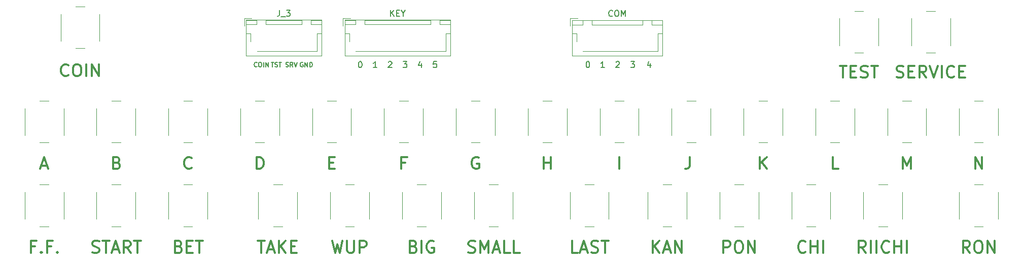
<source format=gbr>
%TF.GenerationSoftware,KiCad,Pcbnew,(6.0.8)*%
%TF.CreationDate,2022-12-29T22:24:49+02:00*%
%TF.ProjectId,mahjong_control_panel_small_with_service,6d61686a-6f6e-4675-9f63-6f6e74726f6c,rev?*%
%TF.SameCoordinates,Original*%
%TF.FileFunction,Legend,Top*%
%TF.FilePolarity,Positive*%
%FSLAX46Y46*%
G04 Gerber Fmt 4.6, Leading zero omitted, Abs format (unit mm)*
G04 Created by KiCad (PCBNEW (6.0.8)) date 2022-12-29 22:24:49*
%MOMM*%
%LPD*%
G01*
G04 APERTURE LIST*
%ADD10C,0.150000*%
%ADD11C,0.330000*%
%ADD12C,0.120000*%
G04 APERTURE END LIST*
D10*
X127916666Y-35952380D02*
X128535714Y-35952380D01*
X128202380Y-36333333D01*
X128345238Y-36333333D01*
X128440476Y-36380952D01*
X128488095Y-36428571D01*
X128535714Y-36523809D01*
X128535714Y-36761904D01*
X128488095Y-36857142D01*
X128440476Y-36904761D01*
X128345238Y-36952380D01*
X128059523Y-36952380D01*
X127964285Y-36904761D01*
X127916666Y-36857142D01*
X70339285Y-36803571D02*
X70446428Y-36839285D01*
X70625000Y-36839285D01*
X70696428Y-36803571D01*
X70732142Y-36767857D01*
X70767857Y-36696428D01*
X70767857Y-36625000D01*
X70732142Y-36553571D01*
X70696428Y-36517857D01*
X70625000Y-36482142D01*
X70482142Y-36446428D01*
X70410714Y-36410714D01*
X70375000Y-36375000D01*
X70339285Y-36303571D01*
X70339285Y-36232142D01*
X70375000Y-36160714D01*
X70410714Y-36125000D01*
X70482142Y-36089285D01*
X70660714Y-36089285D01*
X70767857Y-36125000D01*
X71517857Y-36839285D02*
X71267857Y-36482142D01*
X71089285Y-36839285D02*
X71089285Y-36089285D01*
X71375000Y-36089285D01*
X71446428Y-36125000D01*
X71482142Y-36160714D01*
X71517857Y-36232142D01*
X71517857Y-36339285D01*
X71482142Y-36410714D01*
X71446428Y-36446428D01*
X71375000Y-36482142D01*
X71089285Y-36482142D01*
X71732142Y-36089285D02*
X71982142Y-36839285D01*
X72232142Y-36089285D01*
X123535714Y-36952380D02*
X122964285Y-36952380D01*
X123250000Y-36952380D02*
X123250000Y-35952380D01*
X123154761Y-36095238D01*
X123059523Y-36190476D01*
X122964285Y-36238095D01*
X125464285Y-36047619D02*
X125511904Y-36000000D01*
X125607142Y-35952380D01*
X125845238Y-35952380D01*
X125940476Y-36000000D01*
X125988095Y-36047619D01*
X126035714Y-36142857D01*
X126035714Y-36238095D01*
X125988095Y-36380952D01*
X125416666Y-36952380D01*
X126035714Y-36952380D01*
X95488095Y-35952380D02*
X95011904Y-35952380D01*
X94964285Y-36428571D01*
X95011904Y-36380952D01*
X95107142Y-36333333D01*
X95345238Y-36333333D01*
X95440476Y-36380952D01*
X95488095Y-36428571D01*
X95535714Y-36523809D01*
X95535714Y-36761904D01*
X95488095Y-36857142D01*
X95440476Y-36904761D01*
X95345238Y-36952380D01*
X95107142Y-36952380D01*
X95011904Y-36904761D01*
X94964285Y-36857142D01*
X131190476Y-36285714D02*
X131190476Y-36952380D01*
X130952380Y-35904761D02*
X130714285Y-36619047D01*
X131333333Y-36619047D01*
X67892857Y-36089285D02*
X68321428Y-36089285D01*
X68107142Y-36839285D02*
X68107142Y-36089285D01*
X68535714Y-36803571D02*
X68642857Y-36839285D01*
X68821428Y-36839285D01*
X68892857Y-36803571D01*
X68928571Y-36767857D01*
X68964285Y-36696428D01*
X68964285Y-36625000D01*
X68928571Y-36553571D01*
X68892857Y-36517857D01*
X68821428Y-36482142D01*
X68678571Y-36446428D01*
X68607142Y-36410714D01*
X68571428Y-36375000D01*
X68535714Y-36303571D01*
X68535714Y-36232142D01*
X68571428Y-36160714D01*
X68607142Y-36125000D01*
X68678571Y-36089285D01*
X68857142Y-36089285D01*
X68964285Y-36125000D01*
X69178571Y-36089285D02*
X69607142Y-36089285D01*
X69392857Y-36839285D02*
X69392857Y-36089285D01*
X73178571Y-36125000D02*
X73107142Y-36089285D01*
X73000000Y-36089285D01*
X72892857Y-36125000D01*
X72821428Y-36196428D01*
X72785714Y-36267857D01*
X72750000Y-36410714D01*
X72750000Y-36517857D01*
X72785714Y-36660714D01*
X72821428Y-36732142D01*
X72892857Y-36803571D01*
X73000000Y-36839285D01*
X73071428Y-36839285D01*
X73178571Y-36803571D01*
X73214285Y-36767857D01*
X73214285Y-36517857D01*
X73071428Y-36517857D01*
X73535714Y-36839285D02*
X73535714Y-36089285D01*
X73964285Y-36839285D01*
X73964285Y-36089285D01*
X74321428Y-36839285D02*
X74321428Y-36089285D01*
X74500000Y-36089285D01*
X74607142Y-36125000D01*
X74678571Y-36196428D01*
X74714285Y-36267857D01*
X74750000Y-36410714D01*
X74750000Y-36517857D01*
X74714285Y-36660714D01*
X74678571Y-36732142D01*
X74607142Y-36803571D01*
X74500000Y-36839285D01*
X74321428Y-36839285D01*
X120702380Y-35952380D02*
X120797619Y-35952380D01*
X120892857Y-36000000D01*
X120940476Y-36047619D01*
X120988095Y-36142857D01*
X121035714Y-36333333D01*
X121035714Y-36571428D01*
X120988095Y-36761904D01*
X120940476Y-36857142D01*
X120892857Y-36904761D01*
X120797619Y-36952380D01*
X120702380Y-36952380D01*
X120607142Y-36904761D01*
X120559523Y-36857142D01*
X120511904Y-36761904D01*
X120464285Y-36571428D01*
X120464285Y-36333333D01*
X120511904Y-36142857D01*
X120559523Y-36047619D01*
X120607142Y-36000000D01*
X120702380Y-35952380D01*
X89916666Y-35952380D02*
X90535714Y-35952380D01*
X90202380Y-36333333D01*
X90345238Y-36333333D01*
X90440476Y-36380952D01*
X90488095Y-36428571D01*
X90535714Y-36523809D01*
X90535714Y-36761904D01*
X90488095Y-36857142D01*
X90440476Y-36904761D01*
X90345238Y-36952380D01*
X90059523Y-36952380D01*
X89964285Y-36904761D01*
X89916666Y-36857142D01*
X65517857Y-36767857D02*
X65482142Y-36803571D01*
X65375000Y-36839285D01*
X65303571Y-36839285D01*
X65196428Y-36803571D01*
X65125000Y-36732142D01*
X65089285Y-36660714D01*
X65053571Y-36517857D01*
X65053571Y-36410714D01*
X65089285Y-36267857D01*
X65125000Y-36196428D01*
X65196428Y-36125000D01*
X65303571Y-36089285D01*
X65375000Y-36089285D01*
X65482142Y-36125000D01*
X65517857Y-36160714D01*
X65982142Y-36089285D02*
X66125000Y-36089285D01*
X66196428Y-36125000D01*
X66267857Y-36196428D01*
X66303571Y-36339285D01*
X66303571Y-36589285D01*
X66267857Y-36732142D01*
X66196428Y-36803571D01*
X66125000Y-36839285D01*
X65982142Y-36839285D01*
X65910714Y-36803571D01*
X65839285Y-36732142D01*
X65803571Y-36589285D01*
X65803571Y-36339285D01*
X65839285Y-36196428D01*
X65910714Y-36125000D01*
X65982142Y-36089285D01*
X66625000Y-36839285D02*
X66625000Y-36089285D01*
X66982142Y-36839285D02*
X66982142Y-36089285D01*
X67410714Y-36839285D01*
X67410714Y-36089285D01*
X82702380Y-35952380D02*
X82797619Y-35952380D01*
X82892857Y-36000000D01*
X82940476Y-36047619D01*
X82988095Y-36142857D01*
X83035714Y-36333333D01*
X83035714Y-36571428D01*
X82988095Y-36761904D01*
X82940476Y-36857142D01*
X82892857Y-36904761D01*
X82797619Y-36952380D01*
X82702380Y-36952380D01*
X82607142Y-36904761D01*
X82559523Y-36857142D01*
X82511904Y-36761904D01*
X82464285Y-36571428D01*
X82464285Y-36333333D01*
X82511904Y-36142857D01*
X82559523Y-36047619D01*
X82607142Y-36000000D01*
X82702380Y-35952380D01*
X92940476Y-36285714D02*
X92940476Y-36952380D01*
X92702380Y-35904761D02*
X92464285Y-36619047D01*
X93083333Y-36619047D01*
X87464285Y-36047619D02*
X87511904Y-36000000D01*
X87607142Y-35952380D01*
X87845238Y-35952380D01*
X87940476Y-36000000D01*
X87988095Y-36047619D01*
X88035714Y-36142857D01*
X88035714Y-36238095D01*
X87988095Y-36380952D01*
X87416666Y-36952380D01*
X88035714Y-36952380D01*
X85535714Y-36952380D02*
X84964285Y-36952380D01*
X85250000Y-36952380D02*
X85250000Y-35952380D01*
X85154761Y-36095238D01*
X85059523Y-36190476D01*
X84964285Y-36238095D01*
D11*
%TO.C,LAST*%
X119047619Y-67904761D02*
X118095238Y-67904761D01*
X118095238Y-65904761D01*
X119619047Y-67333333D02*
X120571428Y-67333333D01*
X119428571Y-67904761D02*
X120095238Y-65904761D01*
X120761904Y-67904761D01*
X121333333Y-67809523D02*
X121619047Y-67904761D01*
X122095238Y-67904761D01*
X122285714Y-67809523D01*
X122380952Y-67714285D01*
X122476190Y-67523809D01*
X122476190Y-67333333D01*
X122380952Y-67142857D01*
X122285714Y-67047619D01*
X122095238Y-66952380D01*
X121714285Y-66857142D01*
X121523809Y-66761904D01*
X121428571Y-66666666D01*
X121333333Y-66476190D01*
X121333333Y-66285714D01*
X121428571Y-66095238D01*
X121523809Y-66000000D01*
X121714285Y-65904761D01*
X122190476Y-65904761D01*
X122476190Y-66000000D01*
X123047619Y-65904761D02*
X124190476Y-65904761D01*
X123619047Y-67904761D02*
X123619047Y-65904761D01*
%TO.C,G*%
X102523809Y-52000000D02*
X102333333Y-51904761D01*
X102047619Y-51904761D01*
X101761904Y-52000000D01*
X101571428Y-52190476D01*
X101476190Y-52380952D01*
X101380952Y-52761904D01*
X101380952Y-53047619D01*
X101476190Y-53428571D01*
X101571428Y-53619047D01*
X101761904Y-53809523D01*
X102047619Y-53904761D01*
X102238095Y-53904761D01*
X102523809Y-53809523D01*
X102619047Y-53714285D01*
X102619047Y-53047619D01*
X102238095Y-53047619D01*
%TO.C,WUP*%
X78095238Y-65904761D02*
X78571428Y-67904761D01*
X78952380Y-66476190D01*
X79333333Y-67904761D01*
X79809523Y-65904761D01*
X80571428Y-65904761D02*
X80571428Y-67523809D01*
X80666666Y-67714285D01*
X80761904Y-67809523D01*
X80952380Y-67904761D01*
X81333333Y-67904761D01*
X81523809Y-67809523D01*
X81619047Y-67714285D01*
X81714285Y-67523809D01*
X81714285Y-65904761D01*
X82666666Y-67904761D02*
X82666666Y-65904761D01*
X83428571Y-65904761D01*
X83619047Y-66000000D01*
X83714285Y-66095238D01*
X83809523Y-66285714D01*
X83809523Y-66571428D01*
X83714285Y-66761904D01*
X83619047Y-66857142D01*
X83428571Y-66952380D01*
X82666666Y-66952380D01*
%TO.C,RON*%
X184523809Y-67904761D02*
X183857142Y-66952380D01*
X183380952Y-67904761D02*
X183380952Y-65904761D01*
X184142857Y-65904761D01*
X184333333Y-66000000D01*
X184428571Y-66095238D01*
X184523809Y-66285714D01*
X184523809Y-66571428D01*
X184428571Y-66761904D01*
X184333333Y-66857142D01*
X184142857Y-66952380D01*
X183380952Y-66952380D01*
X185761904Y-65904761D02*
X186142857Y-65904761D01*
X186333333Y-66000000D01*
X186523809Y-66190476D01*
X186619047Y-66571428D01*
X186619047Y-67238095D01*
X186523809Y-67619047D01*
X186333333Y-67809523D01*
X186142857Y-67904761D01*
X185761904Y-67904761D01*
X185571428Y-67809523D01*
X185380952Y-67619047D01*
X185285714Y-67238095D01*
X185285714Y-66571428D01*
X185380952Y-66190476D01*
X185571428Y-66000000D01*
X185761904Y-65904761D01*
X187476190Y-67904761D02*
X187476190Y-65904761D01*
X188619047Y-67904761D01*
X188619047Y-65904761D01*
%TO.C,A*%
X29523809Y-53333333D02*
X30476190Y-53333333D01*
X29333333Y-53904761D02*
X30000000Y-51904761D01*
X30666666Y-53904761D01*
%TO.C,BIG*%
X91666666Y-66857142D02*
X91952380Y-66952380D01*
X92047619Y-67047619D01*
X92142857Y-67238095D01*
X92142857Y-67523809D01*
X92047619Y-67714285D01*
X91952380Y-67809523D01*
X91761904Y-67904761D01*
X91000000Y-67904761D01*
X91000000Y-65904761D01*
X91666666Y-65904761D01*
X91857142Y-66000000D01*
X91952380Y-66095238D01*
X92047619Y-66285714D01*
X92047619Y-66476190D01*
X91952380Y-66666666D01*
X91857142Y-66761904D01*
X91666666Y-66857142D01*
X91000000Y-66857142D01*
X93000000Y-67904761D02*
X93000000Y-65904761D01*
X95000000Y-66000000D02*
X94809523Y-65904761D01*
X94523809Y-65904761D01*
X94238095Y-66000000D01*
X94047619Y-66190476D01*
X93952380Y-66380952D01*
X93857142Y-66761904D01*
X93857142Y-67047619D01*
X93952380Y-67428571D01*
X94047619Y-67619047D01*
X94238095Y-67809523D01*
X94523809Y-67904761D01*
X94714285Y-67904761D01*
X95000000Y-67809523D01*
X95095238Y-67714285D01*
X95095238Y-67047619D01*
X94714285Y-67047619D01*
%TO.C,H*%
X113428571Y-53904761D02*
X113428571Y-51904761D01*
X113428571Y-52857142D02*
X114571428Y-52857142D01*
X114571428Y-53904761D02*
X114571428Y-51904761D01*
%TO.C,F.F.*%
X28476190Y-66857142D02*
X27809523Y-66857142D01*
X27809523Y-67904761D02*
X27809523Y-65904761D01*
X28761904Y-65904761D01*
X29523809Y-67714285D02*
X29619047Y-67809523D01*
X29523809Y-67904761D01*
X29428571Y-67809523D01*
X29523809Y-67714285D01*
X29523809Y-67904761D01*
X31142857Y-66857142D02*
X30476190Y-66857142D01*
X30476190Y-67904761D02*
X30476190Y-65904761D01*
X31428571Y-65904761D01*
X32190476Y-67714285D02*
X32285714Y-67809523D01*
X32190476Y-67904761D01*
X32095238Y-67809523D01*
X32190476Y-67714285D01*
X32190476Y-67904761D01*
D10*
%TO.C,J_3*%
X69285714Y-27377380D02*
X69285714Y-28091666D01*
X69238095Y-28234523D01*
X69142857Y-28329761D01*
X69000000Y-28377380D01*
X68904761Y-28377380D01*
X69523809Y-28472619D02*
X70285714Y-28472619D01*
X70428571Y-27377380D02*
X71047619Y-27377380D01*
X70714285Y-27758333D01*
X70857142Y-27758333D01*
X70952380Y-27805952D01*
X71000000Y-27853571D01*
X71047619Y-27948809D01*
X71047619Y-28186904D01*
X71000000Y-28282142D01*
X70952380Y-28329761D01*
X70857142Y-28377380D01*
X70571428Y-28377380D01*
X70476190Y-28329761D01*
X70428571Y-28282142D01*
D11*
%TO.C,M*%
X173333333Y-53904761D02*
X173333333Y-51904761D01*
X174000000Y-53333333D01*
X174666666Y-51904761D01*
X174666666Y-53904761D01*
%TO.C,TEST*%
X162809523Y-36654761D02*
X163952380Y-36654761D01*
X163380952Y-38654761D02*
X163380952Y-36654761D01*
X164619047Y-37607142D02*
X165285714Y-37607142D01*
X165571428Y-38654761D02*
X164619047Y-38654761D01*
X164619047Y-36654761D01*
X165571428Y-36654761D01*
X166333333Y-38559523D02*
X166619047Y-38654761D01*
X167095238Y-38654761D01*
X167285714Y-38559523D01*
X167380952Y-38464285D01*
X167476190Y-38273809D01*
X167476190Y-38083333D01*
X167380952Y-37892857D01*
X167285714Y-37797619D01*
X167095238Y-37702380D01*
X166714285Y-37607142D01*
X166523809Y-37511904D01*
X166428571Y-37416666D01*
X166333333Y-37226190D01*
X166333333Y-37035714D01*
X166428571Y-36845238D01*
X166523809Y-36750000D01*
X166714285Y-36654761D01*
X167190476Y-36654761D01*
X167476190Y-36750000D01*
X168047619Y-36654761D02*
X169190476Y-36654761D01*
X168619047Y-38654761D02*
X168619047Y-36654761D01*
%TO.C,SERVICE*%
X172285714Y-38559523D02*
X172571428Y-38654761D01*
X173047619Y-38654761D01*
X173238095Y-38559523D01*
X173333333Y-38464285D01*
X173428571Y-38273809D01*
X173428571Y-38083333D01*
X173333333Y-37892857D01*
X173238095Y-37797619D01*
X173047619Y-37702380D01*
X172666666Y-37607142D01*
X172476190Y-37511904D01*
X172380952Y-37416666D01*
X172285714Y-37226190D01*
X172285714Y-37035714D01*
X172380952Y-36845238D01*
X172476190Y-36750000D01*
X172666666Y-36654761D01*
X173142857Y-36654761D01*
X173428571Y-36750000D01*
X174285714Y-37607142D02*
X174952380Y-37607142D01*
X175238095Y-38654761D02*
X174285714Y-38654761D01*
X174285714Y-36654761D01*
X175238095Y-36654761D01*
X177238095Y-38654761D02*
X176571428Y-37702380D01*
X176095238Y-38654761D02*
X176095238Y-36654761D01*
X176857142Y-36654761D01*
X177047619Y-36750000D01*
X177142857Y-36845238D01*
X177238095Y-37035714D01*
X177238095Y-37321428D01*
X177142857Y-37511904D01*
X177047619Y-37607142D01*
X176857142Y-37702380D01*
X176095238Y-37702380D01*
X177809523Y-36654761D02*
X178476190Y-38654761D01*
X179142857Y-36654761D01*
X179809523Y-38654761D02*
X179809523Y-36654761D01*
X181904761Y-38464285D02*
X181809523Y-38559523D01*
X181523809Y-38654761D01*
X181333333Y-38654761D01*
X181047619Y-38559523D01*
X180857142Y-38369047D01*
X180761904Y-38178571D01*
X180666666Y-37797619D01*
X180666666Y-37511904D01*
X180761904Y-37130952D01*
X180857142Y-36940476D01*
X181047619Y-36750000D01*
X181333333Y-36654761D01*
X181523809Y-36654761D01*
X181809523Y-36750000D01*
X181904761Y-36845238D01*
X182761904Y-37607142D02*
X183428571Y-37607142D01*
X183714285Y-38654761D02*
X182761904Y-38654761D01*
X182761904Y-36654761D01*
X183714285Y-36654761D01*
%TO.C,CHI*%
X157095238Y-67714285D02*
X157000000Y-67809523D01*
X156714285Y-67904761D01*
X156523809Y-67904761D01*
X156238095Y-67809523D01*
X156047619Y-67619047D01*
X155952380Y-67428571D01*
X155857142Y-67047619D01*
X155857142Y-66761904D01*
X155952380Y-66380952D01*
X156047619Y-66190476D01*
X156238095Y-66000000D01*
X156523809Y-65904761D01*
X156714285Y-65904761D01*
X157000000Y-66000000D01*
X157095238Y-66095238D01*
X157952380Y-67904761D02*
X157952380Y-65904761D01*
X157952380Y-66857142D02*
X159095238Y-66857142D01*
X159095238Y-67904761D02*
X159095238Y-65904761D01*
X160047619Y-67904761D02*
X160047619Y-65904761D01*
%TO.C,D*%
X65476190Y-53904761D02*
X65476190Y-51904761D01*
X65952380Y-51904761D01*
X66238095Y-52000000D01*
X66428571Y-52190476D01*
X66523809Y-52380952D01*
X66619047Y-52761904D01*
X66619047Y-53047619D01*
X66523809Y-53428571D01*
X66428571Y-53619047D01*
X66238095Y-53809523D01*
X65952380Y-53904761D01*
X65476190Y-53904761D01*
%TO.C,K*%
X149476190Y-53904761D02*
X149476190Y-51904761D01*
X150619047Y-53904761D02*
X149761904Y-52761904D01*
X150619047Y-51904761D02*
X149476190Y-53047619D01*
%TO.C,B*%
X42142857Y-52857142D02*
X42428571Y-52952380D01*
X42523809Y-53047619D01*
X42619047Y-53238095D01*
X42619047Y-53523809D01*
X42523809Y-53714285D01*
X42428571Y-53809523D01*
X42238095Y-53904761D01*
X41476190Y-53904761D01*
X41476190Y-51904761D01*
X42142857Y-51904761D01*
X42333333Y-52000000D01*
X42428571Y-52095238D01*
X42523809Y-52285714D01*
X42523809Y-52476190D01*
X42428571Y-52666666D01*
X42333333Y-52761904D01*
X42142857Y-52857142D01*
X41476190Y-52857142D01*
%TO.C,N*%
X185428571Y-53904761D02*
X185428571Y-51904761D01*
X186571428Y-53904761D01*
X186571428Y-51904761D01*
%TO.C,SMALL*%
X100809523Y-67809523D02*
X101095238Y-67904761D01*
X101571428Y-67904761D01*
X101761904Y-67809523D01*
X101857142Y-67714285D01*
X101952380Y-67523809D01*
X101952380Y-67333333D01*
X101857142Y-67142857D01*
X101761904Y-67047619D01*
X101571428Y-66952380D01*
X101190476Y-66857142D01*
X101000000Y-66761904D01*
X100904761Y-66666666D01*
X100809523Y-66476190D01*
X100809523Y-66285714D01*
X100904761Y-66095238D01*
X101000000Y-66000000D01*
X101190476Y-65904761D01*
X101666666Y-65904761D01*
X101952380Y-66000000D01*
X102809523Y-67904761D02*
X102809523Y-65904761D01*
X103476190Y-67333333D01*
X104142857Y-65904761D01*
X104142857Y-67904761D01*
X105000000Y-67333333D02*
X105952380Y-67333333D01*
X104809523Y-67904761D02*
X105476190Y-65904761D01*
X106142857Y-67904761D01*
X107761904Y-67904761D02*
X106809523Y-67904761D01*
X106809523Y-65904761D01*
X109380952Y-67904761D02*
X108428571Y-67904761D01*
X108428571Y-65904761D01*
%TO.C,START*%
X38047619Y-67809523D02*
X38333333Y-67904761D01*
X38809523Y-67904761D01*
X39000000Y-67809523D01*
X39095238Y-67714285D01*
X39190476Y-67523809D01*
X39190476Y-67333333D01*
X39095238Y-67142857D01*
X39000000Y-67047619D01*
X38809523Y-66952380D01*
X38428571Y-66857142D01*
X38238095Y-66761904D01*
X38142857Y-66666666D01*
X38047619Y-66476190D01*
X38047619Y-66285714D01*
X38142857Y-66095238D01*
X38238095Y-66000000D01*
X38428571Y-65904761D01*
X38904761Y-65904761D01*
X39190476Y-66000000D01*
X39761904Y-65904761D02*
X40904761Y-65904761D01*
X40333333Y-67904761D02*
X40333333Y-65904761D01*
X41476190Y-67333333D02*
X42428571Y-67333333D01*
X41285714Y-67904761D02*
X41952380Y-65904761D01*
X42619047Y-67904761D01*
X44428571Y-67904761D02*
X43761904Y-66952380D01*
X43285714Y-67904761D02*
X43285714Y-65904761D01*
X44047619Y-65904761D01*
X44238095Y-66000000D01*
X44333333Y-66095238D01*
X44428571Y-66285714D01*
X44428571Y-66571428D01*
X44333333Y-66761904D01*
X44238095Y-66857142D01*
X44047619Y-66952380D01*
X43285714Y-66952380D01*
X45000000Y-65904761D02*
X46142857Y-65904761D01*
X45571428Y-67904761D02*
X45571428Y-65904761D01*
%TO.C,PON*%
X143380952Y-67904761D02*
X143380952Y-65904761D01*
X144142857Y-65904761D01*
X144333333Y-66000000D01*
X144428571Y-66095238D01*
X144523809Y-66285714D01*
X144523809Y-66571428D01*
X144428571Y-66761904D01*
X144333333Y-66857142D01*
X144142857Y-66952380D01*
X143380952Y-66952380D01*
X145761904Y-65904761D02*
X146142857Y-65904761D01*
X146333333Y-66000000D01*
X146523809Y-66190476D01*
X146619047Y-66571428D01*
X146619047Y-67238095D01*
X146523809Y-67619047D01*
X146333333Y-67809523D01*
X146142857Y-67904761D01*
X145761904Y-67904761D01*
X145571428Y-67809523D01*
X145380952Y-67619047D01*
X145285714Y-67238095D01*
X145285714Y-66571428D01*
X145380952Y-66190476D01*
X145571428Y-66000000D01*
X145761904Y-65904761D01*
X147476190Y-67904761D02*
X147476190Y-65904761D01*
X148619047Y-67904761D01*
X148619047Y-65904761D01*
D10*
%TO.C,KEY*%
X87857142Y-28377380D02*
X87857142Y-27377380D01*
X88428571Y-28377380D02*
X88000000Y-27805952D01*
X88428571Y-27377380D02*
X87857142Y-27948809D01*
X88857142Y-27853571D02*
X89190476Y-27853571D01*
X89333333Y-28377380D02*
X88857142Y-28377380D01*
X88857142Y-27377380D01*
X89333333Y-27377380D01*
X89952380Y-27901190D02*
X89952380Y-28377380D01*
X89619047Y-27377380D02*
X89952380Y-27901190D01*
X90285714Y-27377380D01*
D11*
%TO.C,TAKE*%
X65666666Y-65904761D02*
X66809523Y-65904761D01*
X66238095Y-67904761D02*
X66238095Y-65904761D01*
X67380952Y-67333333D02*
X68333333Y-67333333D01*
X67190476Y-67904761D02*
X67857142Y-65904761D01*
X68523809Y-67904761D01*
X69190476Y-67904761D02*
X69190476Y-65904761D01*
X70333333Y-67904761D02*
X69476190Y-66761904D01*
X70333333Y-65904761D02*
X69190476Y-67047619D01*
X71190476Y-66857142D02*
X71857142Y-66857142D01*
X72142857Y-67904761D02*
X71190476Y-67904761D01*
X71190476Y-65904761D01*
X72142857Y-65904761D01*
%TO.C,I*%
X126000000Y-53904761D02*
X126000000Y-51904761D01*
%TO.C,COIN*%
X34047619Y-38214285D02*
X33952380Y-38309523D01*
X33666666Y-38404761D01*
X33476190Y-38404761D01*
X33190476Y-38309523D01*
X33000000Y-38119047D01*
X32904761Y-37928571D01*
X32809523Y-37547619D01*
X32809523Y-37261904D01*
X32904761Y-36880952D01*
X33000000Y-36690476D01*
X33190476Y-36500000D01*
X33476190Y-36404761D01*
X33666666Y-36404761D01*
X33952380Y-36500000D01*
X34047619Y-36595238D01*
X35285714Y-36404761D02*
X35666666Y-36404761D01*
X35857142Y-36500000D01*
X36047619Y-36690476D01*
X36142857Y-37071428D01*
X36142857Y-37738095D01*
X36047619Y-38119047D01*
X35857142Y-38309523D01*
X35666666Y-38404761D01*
X35285714Y-38404761D01*
X35095238Y-38309523D01*
X34904761Y-38119047D01*
X34809523Y-37738095D01*
X34809523Y-37071428D01*
X34904761Y-36690476D01*
X35095238Y-36500000D01*
X35285714Y-36404761D01*
X37000000Y-38404761D02*
X37000000Y-36404761D01*
X37952380Y-38404761D02*
X37952380Y-36404761D01*
X39095238Y-38404761D01*
X39095238Y-36404761D01*
D10*
%TO.C,COM*%
X124864285Y-28307142D02*
X124816666Y-28354761D01*
X124673809Y-28402380D01*
X124578571Y-28402380D01*
X124435714Y-28354761D01*
X124340476Y-28259523D01*
X124292857Y-28164285D01*
X124245238Y-27973809D01*
X124245238Y-27830952D01*
X124292857Y-27640476D01*
X124340476Y-27545238D01*
X124435714Y-27450000D01*
X124578571Y-27402380D01*
X124673809Y-27402380D01*
X124816666Y-27450000D01*
X124864285Y-27497619D01*
X125483333Y-27402380D02*
X125673809Y-27402380D01*
X125769047Y-27450000D01*
X125864285Y-27545238D01*
X125911904Y-27735714D01*
X125911904Y-28069047D01*
X125864285Y-28259523D01*
X125769047Y-28354761D01*
X125673809Y-28402380D01*
X125483333Y-28402380D01*
X125388095Y-28354761D01*
X125292857Y-28259523D01*
X125245238Y-28069047D01*
X125245238Y-27735714D01*
X125292857Y-27545238D01*
X125388095Y-27450000D01*
X125483333Y-27402380D01*
X126340476Y-28402380D02*
X126340476Y-27402380D01*
X126673809Y-28116666D01*
X127007142Y-27402380D01*
X127007142Y-28402380D01*
D11*
%TO.C,BET*%
X52476190Y-66857142D02*
X52761904Y-66952380D01*
X52857142Y-67047619D01*
X52952380Y-67238095D01*
X52952380Y-67523809D01*
X52857142Y-67714285D01*
X52761904Y-67809523D01*
X52571428Y-67904761D01*
X51809523Y-67904761D01*
X51809523Y-65904761D01*
X52476190Y-65904761D01*
X52666666Y-66000000D01*
X52761904Y-66095238D01*
X52857142Y-66285714D01*
X52857142Y-66476190D01*
X52761904Y-66666666D01*
X52666666Y-66761904D01*
X52476190Y-66857142D01*
X51809523Y-66857142D01*
X53809523Y-66857142D02*
X54476190Y-66857142D01*
X54761904Y-67904761D02*
X53809523Y-67904761D01*
X53809523Y-65904761D01*
X54761904Y-65904761D01*
X55333333Y-65904761D02*
X56476190Y-65904761D01*
X55904761Y-67904761D02*
X55904761Y-65904761D01*
%TO.C,C*%
X54619047Y-53714285D02*
X54523809Y-53809523D01*
X54238095Y-53904761D01*
X54047619Y-53904761D01*
X53761904Y-53809523D01*
X53571428Y-53619047D01*
X53476190Y-53428571D01*
X53380952Y-53047619D01*
X53380952Y-52761904D01*
X53476190Y-52380952D01*
X53571428Y-52190476D01*
X53761904Y-52000000D01*
X54047619Y-51904761D01*
X54238095Y-51904761D01*
X54523809Y-52000000D01*
X54619047Y-52095238D01*
%TO.C,F*%
X90285714Y-52857142D02*
X89619047Y-52857142D01*
X89619047Y-53904761D02*
X89619047Y-51904761D01*
X90571428Y-51904761D01*
%TO.C,E*%
X77571428Y-52857142D02*
X78238095Y-52857142D01*
X78523809Y-53904761D02*
X77571428Y-53904761D01*
X77571428Y-51904761D01*
X78523809Y-51904761D01*
%TO.C,J*%
X137785714Y-51904761D02*
X137785714Y-53333333D01*
X137690476Y-53619047D01*
X137500000Y-53809523D01*
X137214285Y-53904761D01*
X137023809Y-53904761D01*
%TO.C,KAN*%
X131571428Y-67904761D02*
X131571428Y-65904761D01*
X132714285Y-67904761D02*
X131857142Y-66761904D01*
X132714285Y-65904761D02*
X131571428Y-67047619D01*
X133476190Y-67333333D02*
X134428571Y-67333333D01*
X133285714Y-67904761D02*
X133952380Y-65904761D01*
X134619047Y-67904761D01*
X135285714Y-67904761D02*
X135285714Y-65904761D01*
X136428571Y-67904761D01*
X136428571Y-65904761D01*
%TO.C,RIICHI*%
X167142857Y-67904761D02*
X166476190Y-66952380D01*
X166000000Y-67904761D02*
X166000000Y-65904761D01*
X166761904Y-65904761D01*
X166952380Y-66000000D01*
X167047619Y-66095238D01*
X167142857Y-66285714D01*
X167142857Y-66571428D01*
X167047619Y-66761904D01*
X166952380Y-66857142D01*
X166761904Y-66952380D01*
X166000000Y-66952380D01*
X168000000Y-67904761D02*
X168000000Y-65904761D01*
X168952380Y-67904761D02*
X168952380Y-65904761D01*
X171047619Y-67714285D02*
X170952380Y-67809523D01*
X170666666Y-67904761D01*
X170476190Y-67904761D01*
X170190476Y-67809523D01*
X170000000Y-67619047D01*
X169904761Y-67428571D01*
X169809523Y-67047619D01*
X169809523Y-66761904D01*
X169904761Y-66380952D01*
X170000000Y-66190476D01*
X170190476Y-66000000D01*
X170476190Y-65904761D01*
X170666666Y-65904761D01*
X170952380Y-66000000D01*
X171047619Y-66095238D01*
X171904761Y-67904761D02*
X171904761Y-65904761D01*
X171904761Y-66857142D02*
X173047619Y-66857142D01*
X173047619Y-67904761D02*
X173047619Y-65904761D01*
X174000000Y-67904761D02*
X174000000Y-65904761D01*
%TO.C,L*%
X162619047Y-53904761D02*
X161666666Y-53904761D01*
X161666666Y-51904761D01*
D12*
%TO.C,LAST*%
X121750000Y-56500000D02*
X120250000Y-56500000D01*
X120250000Y-63500000D02*
X121750000Y-63500000D01*
X124250000Y-62250000D02*
X124250000Y-57750000D01*
X117750000Y-57750000D02*
X117750000Y-62250000D01*
%TO.C,G*%
X98750000Y-43750000D02*
X98750000Y-48250000D01*
X101250000Y-49500000D02*
X102750000Y-49500000D01*
X105250000Y-48250000D02*
X105250000Y-43750000D01*
X102750000Y-42500000D02*
X101250000Y-42500000D01*
%TO.C,WUP*%
X80250000Y-63500000D02*
X81750000Y-63500000D01*
X84250000Y-62250000D02*
X84250000Y-57750000D01*
X81750000Y-56500000D02*
X80250000Y-56500000D01*
X77750000Y-57750000D02*
X77750000Y-62250000D01*
%TO.C,RON*%
X185250000Y-63500000D02*
X186750000Y-63500000D01*
X186750000Y-56500000D02*
X185250000Y-56500000D01*
X189250000Y-62250000D02*
X189250000Y-57750000D01*
X182750000Y-57750000D02*
X182750000Y-62250000D01*
%TO.C,A*%
X30750000Y-42500000D02*
X29250000Y-42500000D01*
X26750000Y-43750000D02*
X26750000Y-48250000D01*
X33250000Y-48250000D02*
X33250000Y-43750000D01*
X29250000Y-49500000D02*
X30750000Y-49500000D01*
%TO.C,BIG*%
X93750000Y-56500000D02*
X92250000Y-56500000D01*
X96250000Y-62250000D02*
X96250000Y-57750000D01*
X92250000Y-63500000D02*
X93750000Y-63500000D01*
X89750000Y-57750000D02*
X89750000Y-62250000D01*
%TO.C,H*%
X117250000Y-48250000D02*
X117250000Y-43750000D01*
X110750000Y-43750000D02*
X110750000Y-48250000D01*
X114750000Y-42500000D02*
X113250000Y-42500000D01*
X113250000Y-49500000D02*
X114750000Y-49500000D01*
%TO.C,F.F.*%
X33250000Y-62250000D02*
X33250000Y-57750000D01*
X29250000Y-63500000D02*
X30750000Y-63500000D01*
X30750000Y-56500000D02*
X29250000Y-56500000D01*
X26750000Y-57750000D02*
X26750000Y-62250000D01*
%TO.C,J_3*%
X75550000Y-34225000D02*
X70000000Y-34225000D01*
X75550000Y-31275000D02*
X75550000Y-34225000D01*
X63700000Y-29775000D02*
X65500000Y-29775000D01*
X74500000Y-29025000D02*
X74500000Y-29775000D01*
X70000000Y-34225000D02*
X65510000Y-34225000D01*
X63700000Y-29025000D02*
X63700000Y-29775000D01*
X76310000Y-34985000D02*
X76310000Y-29015000D01*
X73000000Y-29775000D02*
X73000000Y-29025000D01*
X74500000Y-29775000D02*
X76300000Y-29775000D01*
X64650000Y-28725000D02*
X63400000Y-28725000D01*
X73000000Y-29025000D02*
X67000000Y-29025000D01*
X65500000Y-29775000D02*
X65500000Y-29025000D01*
X64450000Y-31275000D02*
X64450000Y-32615000D01*
X76300000Y-31275000D02*
X75550000Y-31275000D01*
X63400000Y-28725000D02*
X63400000Y-29975000D01*
X76300000Y-29025000D02*
X74500000Y-29025000D01*
X63700000Y-31275000D02*
X64450000Y-31275000D01*
X63690000Y-34985000D02*
X76310000Y-34985000D01*
X76300000Y-29775000D02*
X76300000Y-29025000D01*
X67000000Y-29025000D02*
X67000000Y-29775000D01*
X65500000Y-29025000D02*
X63700000Y-29025000D01*
X76310000Y-29015000D02*
X63690000Y-29015000D01*
X67000000Y-29775000D02*
X73000000Y-29775000D01*
X63690000Y-29015000D02*
X63690000Y-34985000D01*
%TO.C,M*%
X170750000Y-43750000D02*
X170750000Y-48250000D01*
X174750000Y-42500000D02*
X173250000Y-42500000D01*
X177250000Y-48250000D02*
X177250000Y-43750000D01*
X173250000Y-49500000D02*
X174750000Y-49500000D01*
%TO.C,TEST*%
X166750000Y-27500000D02*
X165250000Y-27500000D01*
X169250000Y-33250000D02*
X169250000Y-28750000D01*
X162750000Y-28750000D02*
X162750000Y-33250000D01*
X165250000Y-34500000D02*
X166750000Y-34500000D01*
%TO.C,SERVICE*%
X174750000Y-28750000D02*
X174750000Y-33250000D01*
X178750000Y-27500000D02*
X177250000Y-27500000D01*
X177250000Y-34500000D02*
X178750000Y-34500000D01*
X181250000Y-33250000D02*
X181250000Y-28750000D01*
%TO.C,CHI*%
X158750000Y-56500000D02*
X157250000Y-56500000D01*
X154750000Y-57750000D02*
X154750000Y-62250000D01*
X157250000Y-63500000D02*
X158750000Y-63500000D01*
X161250000Y-62250000D02*
X161250000Y-57750000D01*
%TO.C,D*%
X65250000Y-49500000D02*
X66750000Y-49500000D01*
X66750000Y-42500000D02*
X65250000Y-42500000D01*
X62750000Y-43750000D02*
X62750000Y-48250000D01*
X69250000Y-48250000D02*
X69250000Y-43750000D01*
%TO.C,K*%
X153250000Y-48250000D02*
X153250000Y-43750000D01*
X146750000Y-43750000D02*
X146750000Y-48250000D01*
X149250000Y-49500000D02*
X150750000Y-49500000D01*
X150750000Y-42500000D02*
X149250000Y-42500000D01*
%TO.C,B*%
X38750000Y-43750000D02*
X38750000Y-48250000D01*
X41250000Y-49500000D02*
X42750000Y-49500000D01*
X42750000Y-42500000D02*
X41250000Y-42500000D01*
X45250000Y-48250000D02*
X45250000Y-43750000D01*
%TO.C,N*%
X182750000Y-43750000D02*
X182750000Y-48250000D01*
X185250000Y-49500000D02*
X186750000Y-49500000D01*
X189250000Y-48250000D02*
X189250000Y-43750000D01*
X186750000Y-42500000D02*
X185250000Y-42500000D01*
%TO.C,SMALL*%
X108250000Y-62250000D02*
X108250000Y-57750000D01*
X104250000Y-63500000D02*
X105750000Y-63500000D01*
X105750000Y-56500000D02*
X104250000Y-56500000D01*
X101750000Y-57750000D02*
X101750000Y-62250000D01*
%TO.C,START*%
X45250000Y-62250000D02*
X45250000Y-57750000D01*
X42750000Y-56500000D02*
X41250000Y-56500000D01*
X41250000Y-63500000D02*
X42750000Y-63500000D01*
X38750000Y-57750000D02*
X38750000Y-62250000D01*
%TO.C,PON*%
X149250000Y-62250000D02*
X149250000Y-57750000D01*
X142750000Y-57750000D02*
X142750000Y-62250000D01*
X145250000Y-63500000D02*
X146750000Y-63500000D01*
X146750000Y-56500000D02*
X145250000Y-56500000D01*
%TO.C,KEY*%
X97810000Y-29015000D02*
X80190000Y-29015000D01*
X97050000Y-34225000D02*
X89000000Y-34225000D01*
X81150000Y-28725000D02*
X79900000Y-28725000D01*
X82000000Y-29775000D02*
X82000000Y-29025000D01*
X80200000Y-29775000D02*
X82000000Y-29775000D01*
X82000000Y-29025000D02*
X80200000Y-29025000D01*
X83500000Y-29025000D02*
X83500000Y-29775000D01*
X94500000Y-29025000D02*
X83500000Y-29025000D01*
X80190000Y-34985000D02*
X97810000Y-34985000D01*
X96000000Y-29775000D02*
X97800000Y-29775000D01*
X83500000Y-29775000D02*
X94500000Y-29775000D01*
X80950000Y-31275000D02*
X80950000Y-32615000D01*
X89000000Y-34225000D02*
X82010000Y-34225000D01*
X96000000Y-29025000D02*
X96000000Y-29775000D01*
X80190000Y-29015000D02*
X80190000Y-34985000D01*
X97810000Y-34985000D02*
X97810000Y-29015000D01*
X97800000Y-31275000D02*
X97050000Y-31275000D01*
X94500000Y-29775000D02*
X94500000Y-29025000D01*
X97050000Y-31275000D02*
X97050000Y-34225000D01*
X79900000Y-28725000D02*
X79900000Y-29975000D01*
X80200000Y-31275000D02*
X80950000Y-31275000D01*
X97800000Y-29025000D02*
X96000000Y-29025000D01*
X80200000Y-29025000D02*
X80200000Y-29775000D01*
X97800000Y-29775000D02*
X97800000Y-29025000D01*
%TO.C,TAKE*%
X72250000Y-62250000D02*
X72250000Y-57750000D01*
X65750000Y-57750000D02*
X65750000Y-62250000D01*
X69750000Y-56500000D02*
X68250000Y-56500000D01*
X68250000Y-63500000D02*
X69750000Y-63500000D01*
%TO.C,I*%
X126750000Y-42500000D02*
X125250000Y-42500000D01*
X129250000Y-48250000D02*
X129250000Y-43750000D01*
X125250000Y-49500000D02*
X126750000Y-49500000D01*
X122750000Y-43750000D02*
X122750000Y-48250000D01*
%TO.C,COIN*%
X36750000Y-26750000D02*
X35250000Y-26750000D01*
X32750000Y-28000000D02*
X32750000Y-32500000D01*
X39250000Y-32500000D02*
X39250000Y-28000000D01*
X35250000Y-33750000D02*
X36750000Y-33750000D01*
%TO.C,COM*%
X132450000Y-31300000D02*
X132450000Y-34250000D01*
X131400000Y-29050000D02*
X131400000Y-29800000D01*
X133200000Y-31300000D02*
X132450000Y-31300000D01*
X133200000Y-29050000D02*
X131400000Y-29050000D01*
X133210000Y-35010000D02*
X133210000Y-29040000D01*
X129900000Y-29800000D02*
X129900000Y-29050000D01*
X119900000Y-29050000D02*
X118100000Y-29050000D01*
X118090000Y-29040000D02*
X118090000Y-35010000D01*
X131400000Y-29800000D02*
X133200000Y-29800000D01*
X118100000Y-29050000D02*
X118100000Y-29800000D01*
X121400000Y-29800000D02*
X129900000Y-29800000D01*
X118100000Y-31300000D02*
X118850000Y-31300000D01*
X119050000Y-28750000D02*
X117800000Y-28750000D01*
X132450000Y-34250000D02*
X125650000Y-34250000D01*
X121400000Y-29050000D02*
X121400000Y-29800000D01*
X118090000Y-35010000D02*
X133210000Y-35010000D01*
X119900000Y-29800000D02*
X119900000Y-29050000D01*
X133200000Y-29800000D02*
X133200000Y-29050000D01*
X117800000Y-28750000D02*
X117800000Y-30000000D01*
X129900000Y-29050000D02*
X121400000Y-29050000D01*
X133210000Y-29040000D02*
X118090000Y-29040000D01*
X118850000Y-31300000D02*
X118850000Y-32640000D01*
X118100000Y-29800000D02*
X119900000Y-29800000D01*
X125650000Y-34250000D02*
X119910000Y-34250000D01*
%TO.C,BET*%
X53250000Y-63500000D02*
X54750000Y-63500000D01*
X57250000Y-62250000D02*
X57250000Y-57750000D01*
X50750000Y-57750000D02*
X50750000Y-62250000D01*
X54750000Y-56500000D02*
X53250000Y-56500000D01*
%TO.C,C*%
X50750000Y-43750000D02*
X50750000Y-48250000D01*
X53250000Y-49500000D02*
X54750000Y-49500000D01*
X54750000Y-42500000D02*
X53250000Y-42500000D01*
X57250000Y-48250000D02*
X57250000Y-43750000D01*
%TO.C,F*%
X93250000Y-48250000D02*
X93250000Y-43750000D01*
X90750000Y-42500000D02*
X89250000Y-42500000D01*
X86750000Y-43750000D02*
X86750000Y-48250000D01*
X89250000Y-49500000D02*
X90750000Y-49500000D01*
%TO.C,E*%
X74750000Y-43750000D02*
X74750000Y-48250000D01*
X77250000Y-49500000D02*
X78750000Y-49500000D01*
X81250000Y-48250000D02*
X81250000Y-43750000D01*
X78750000Y-42500000D02*
X77250000Y-42500000D01*
%TO.C,J*%
X141250000Y-48250000D02*
X141250000Y-43750000D01*
X138750000Y-42500000D02*
X137250000Y-42500000D01*
X134750000Y-43750000D02*
X134750000Y-48250000D01*
X137250000Y-49500000D02*
X138750000Y-49500000D01*
%TO.C,KAN*%
X134750000Y-56500000D02*
X133250000Y-56500000D01*
X133250000Y-63500000D02*
X134750000Y-63500000D01*
X137250000Y-62250000D02*
X137250000Y-57750000D01*
X130750000Y-57750000D02*
X130750000Y-62250000D01*
%TO.C,RIICHI*%
X166750000Y-57750000D02*
X166750000Y-62250000D01*
X170750000Y-56500000D02*
X169250000Y-56500000D01*
X173250000Y-62250000D02*
X173250000Y-57750000D01*
X169250000Y-63500000D02*
X170750000Y-63500000D01*
%TO.C,L*%
X162750000Y-42500000D02*
X161250000Y-42500000D01*
X165250000Y-48250000D02*
X165250000Y-43750000D01*
X158750000Y-43750000D02*
X158750000Y-48250000D01*
X161250000Y-49500000D02*
X162750000Y-49500000D01*
%TD*%
M02*

</source>
